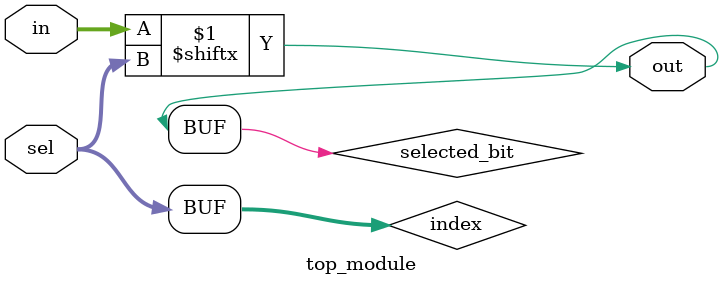
<source format=sv>
module top_module (
    input [255:0] in,
    input [7:0] sel,
    output out
);

wire [7:0] index;
wire selected_bit;

assign index = sel;
assign selected_bit = in[index];

assign out = selected_bit;
endmodule

</source>
